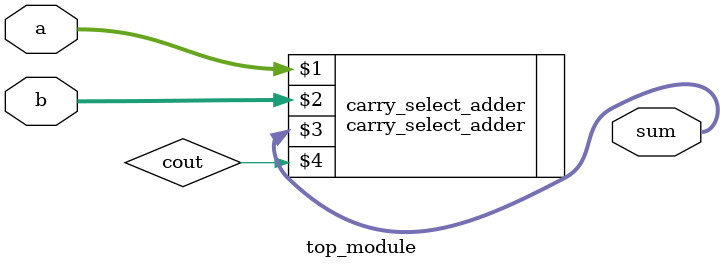
<source format=v>
module top_module(
  input [31:0] a,
  input [31:0] b,
  output [31:0] sum
);

  carry_select_adder carry_select_adder (a, b, sum, cout);

endmodule
</source>
